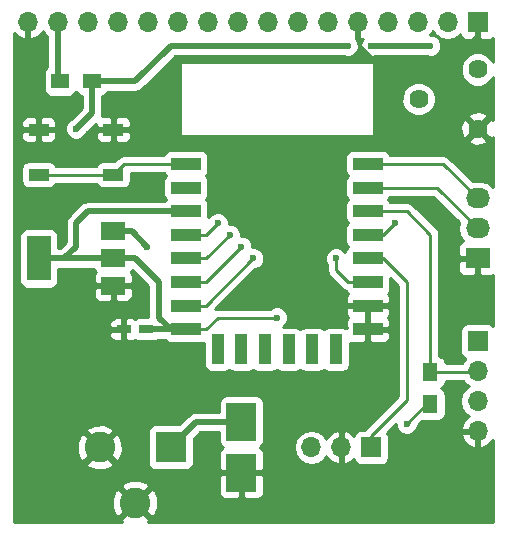
<source format=gtl>
G04 #@! TF.FileFunction,Copper,L1,Top,Signal*
%FSLAX46Y46*%
G04 Gerber Fmt 4.6, Leading zero omitted, Abs format (unit mm)*
G04 Created by KiCad (PCBNEW 4.0.5+dfsg1-4) date Sat Dec 16 07:09:28 2017*
%MOMM*%
%LPD*%
G01*
G04 APERTURE LIST*
%ADD10C,0.100000*%
%ADD11R,2.500000X1.100000*%
%ADD12R,1.100000X2.500000*%
%ADD13R,2.500000X3.200000*%
%ADD14R,1.200000X0.750000*%
%ADD15R,2.600000X2.600000*%
%ADD16C,2.600000*%
%ADD17R,1.700000X1.700000*%
%ADD18O,1.700000X1.700000*%
%ADD19R,2.032000X1.727200*%
%ADD20O,2.032000X1.727200*%
%ADD21R,1.300000X1.500000*%
%ADD22R,1.500000X1.300000*%
%ADD23C,1.620000*%
%ADD24R,2.000000X3.800000*%
%ADD25R,2.000000X1.500000*%
%ADD26R,1.700000X1.000000*%
%ADD27C,0.600000*%
%ADD28C,0.250000*%
%ADD29C,0.500000*%
%ADD30C,0.254000*%
G04 APERTURE END LIST*
D10*
D11*
X168300000Y-83000000D03*
X168300000Y-85000000D03*
X168300000Y-87000000D03*
X168300000Y-89000000D03*
X168300000Y-91000000D03*
X168300000Y-93000000D03*
X168300000Y-95000000D03*
X168300000Y-97000000D03*
X183700000Y-97000000D03*
X183700000Y-95000000D03*
X183700000Y-93000000D03*
X183700000Y-91000000D03*
X183700000Y-89000000D03*
X183700000Y-87000000D03*
X183700000Y-85000000D03*
X183700000Y-83000000D03*
D12*
X170990000Y-98700000D03*
X172990000Y-98700000D03*
X174990000Y-98700000D03*
X176990000Y-98700000D03*
X178990000Y-98700000D03*
X180990000Y-98700000D03*
D13*
X173000000Y-104850000D03*
X173000000Y-109150000D03*
D14*
X164950000Y-97000000D03*
X163050000Y-97000000D03*
D15*
X167000000Y-107000000D03*
D16*
X161000000Y-107000000D03*
X164000000Y-111700000D03*
D17*
X193000000Y-71000000D03*
D18*
X190460000Y-71000000D03*
X187920000Y-71000000D03*
X185380000Y-71000000D03*
X182840000Y-71000000D03*
X180300000Y-71000000D03*
X177760000Y-71000000D03*
X175220000Y-71000000D03*
X172680000Y-71000000D03*
X170140000Y-71000000D03*
X167600000Y-71000000D03*
X165060000Y-71000000D03*
X162520000Y-71000000D03*
X159980000Y-71000000D03*
X157440000Y-71000000D03*
X154900000Y-71000000D03*
D19*
X193000000Y-91000000D03*
D20*
X193000000Y-88460000D03*
X193000000Y-85920000D03*
D21*
X189000000Y-103350000D03*
X189000000Y-100650000D03*
D22*
X157650000Y-76000000D03*
X160350000Y-76000000D03*
D23*
X193000000Y-80000000D03*
X188000000Y-77500000D03*
X193000000Y-75000000D03*
D24*
X155850000Y-91000000D03*
D25*
X162150000Y-91000000D03*
X162150000Y-88700000D03*
X162150000Y-93300000D03*
D26*
X162150000Y-83900000D03*
X155850000Y-83900000D03*
X162150000Y-80100000D03*
X155850000Y-80100000D03*
D17*
X184000000Y-107000000D03*
D18*
X181460000Y-107000000D03*
X178920000Y-107000000D03*
D17*
X193000000Y-98000000D03*
D18*
X193000000Y-100540000D03*
X193000000Y-103080000D03*
X193000000Y-105620000D03*
D27*
X189000000Y-73000000D03*
X184000000Y-73000000D03*
X182000000Y-73000000D03*
X159000000Y-80000000D03*
X165000000Y-90000000D03*
X186000000Y-88000000D03*
X181000000Y-91000000D03*
X174000000Y-91000000D03*
X173000000Y-90000000D03*
X172000000Y-89000000D03*
X171000000Y-88000000D03*
X187000000Y-105000000D03*
X176000000Y-96000000D03*
D28*
X193000000Y-80000000D02*
X189000000Y-76000000D01*
X182840000Y-72840000D02*
X182840000Y-71000000D01*
X186000000Y-76000000D02*
X182840000Y-72840000D01*
X189000000Y-76000000D02*
X186000000Y-76000000D01*
X193000000Y-71000000D02*
X193000000Y-72000000D01*
X190000000Y-77000000D02*
X193000000Y-80000000D01*
X190000000Y-75000000D02*
X190000000Y-77000000D01*
X193000000Y-72000000D02*
X190000000Y-75000000D01*
D29*
X160350000Y-76000000D02*
X164000000Y-76000000D01*
X184000000Y-73000000D02*
X189000000Y-73000000D01*
X167000000Y-73000000D02*
X182000000Y-73000000D01*
X164000000Y-76000000D02*
X167000000Y-73000000D01*
X160350000Y-76000000D02*
X160350000Y-78650000D01*
X160350000Y-78650000D02*
X159000000Y-80000000D01*
X162150000Y-88700000D02*
X163700000Y-88700000D01*
X163700000Y-88700000D02*
X165000000Y-90000000D01*
X173000000Y-104850000D02*
X169150000Y-104850000D01*
X169150000Y-104850000D02*
X167000000Y-107000000D01*
D28*
X188000000Y-71080000D02*
X187920000Y-71000000D01*
X183000000Y-89000000D02*
X185000000Y-89000000D01*
X185000000Y-89000000D02*
X186000000Y-88000000D01*
X182000000Y-93000000D02*
X183000000Y-93000000D01*
X181000000Y-92000000D02*
X182000000Y-93000000D01*
X181000000Y-91000000D02*
X181000000Y-92000000D01*
X169000000Y-95000000D02*
X170000000Y-95000000D01*
X170000000Y-95000000D02*
X174000000Y-91000000D01*
X169000000Y-93000000D02*
X170000000Y-93000000D01*
X170000000Y-93000000D02*
X173000000Y-90000000D01*
X169000000Y-91000000D02*
X170000000Y-91000000D01*
X170000000Y-91000000D02*
X172000000Y-89000000D01*
X169000000Y-89000000D02*
X170000000Y-89000000D01*
X170000000Y-89000000D02*
X171000000Y-88000000D01*
D29*
X157440000Y-71000000D02*
X157440000Y-75790000D01*
D28*
X157440000Y-75790000D02*
X157650000Y-76000000D01*
X157440000Y-75790000D02*
X157650000Y-76000000D01*
X169000000Y-97000000D02*
X170000000Y-97000000D01*
X187000000Y-105000000D02*
X188650000Y-103350000D01*
X171000000Y-96000000D02*
X176000000Y-96000000D01*
X170000000Y-97000000D02*
X171000000Y-96000000D01*
X188650000Y-103350000D02*
X189000000Y-103350000D01*
D29*
X162150000Y-91000000D02*
X164000000Y-91000000D01*
D28*
X167000000Y-97000000D02*
X169000000Y-97000000D01*
D29*
X166000000Y-96000000D02*
X167000000Y-97000000D01*
X166000000Y-93000000D02*
X166000000Y-96000000D01*
X164000000Y-91000000D02*
X166000000Y-93000000D01*
X162150000Y-91000000D02*
X155850000Y-91000000D01*
D28*
X155850000Y-91000000D02*
X158000000Y-91000000D01*
D29*
X158000000Y-91000000D02*
X159000000Y-90000000D01*
X159000000Y-90000000D02*
X159000000Y-88000000D01*
X159000000Y-88000000D02*
X160000000Y-87000000D01*
X160000000Y-87000000D02*
X169000000Y-87000000D01*
D28*
X163000000Y-91000000D02*
X162150000Y-91000000D01*
D29*
X164950000Y-97000000D02*
X169000000Y-97000000D01*
D28*
X184000000Y-107000000D02*
X184000000Y-106000000D01*
X185000000Y-91000000D02*
X183000000Y-91000000D01*
X187000000Y-93000000D02*
X185000000Y-91000000D01*
X187000000Y-103000000D02*
X187000000Y-93000000D01*
X184000000Y-106000000D02*
X187000000Y-103000000D01*
X183000000Y-85000000D02*
X189540000Y-85000000D01*
X189540000Y-85000000D02*
X193000000Y-88460000D01*
X183000000Y-83000000D02*
X190080000Y-83000000D01*
X190080000Y-83000000D02*
X193000000Y-85920000D01*
X192890000Y-100650000D02*
X193000000Y-100540000D01*
X192890000Y-100650000D02*
X193000000Y-100540000D01*
X189000000Y-100650000D02*
X192890000Y-100650000D01*
X189000000Y-100650000D02*
X189000000Y-89000000D01*
X187000000Y-87000000D02*
X183000000Y-87000000D01*
X189000000Y-89000000D02*
X187000000Y-87000000D01*
X162150000Y-83900000D02*
X155850000Y-83900000D01*
X169000000Y-83000000D02*
X163050000Y-83000000D01*
X163050000Y-83000000D02*
X162150000Y-83900000D01*
D30*
G36*
X155027000Y-70873000D02*
X155047000Y-70873000D01*
X155047000Y-71127000D01*
X155027000Y-71127000D01*
X155027000Y-72320155D01*
X155256890Y-72441476D01*
X155666924Y-72271645D01*
X156095183Y-71881358D01*
X156162298Y-71738447D01*
X156389946Y-72079147D01*
X156555000Y-72189432D01*
X156555000Y-74817417D01*
X156448559Y-74885910D01*
X156303569Y-75098110D01*
X156252560Y-75350000D01*
X156252560Y-76650000D01*
X156296838Y-76885317D01*
X156435910Y-77101441D01*
X156648110Y-77246431D01*
X156900000Y-77297440D01*
X158400000Y-77297440D01*
X158635317Y-77253162D01*
X158851441Y-77114090D01*
X158996431Y-76901890D01*
X158999081Y-76888803D01*
X159135910Y-77101441D01*
X159348110Y-77246431D01*
X159465000Y-77270102D01*
X159465000Y-78283421D01*
X158591164Y-79157256D01*
X158471057Y-79206883D01*
X158207808Y-79469673D01*
X158065162Y-79813201D01*
X158064838Y-80185167D01*
X158206883Y-80528943D01*
X158469673Y-80792192D01*
X158813201Y-80934838D01*
X159185167Y-80935162D01*
X159528943Y-80793117D01*
X159792192Y-80530327D01*
X159842566Y-80409014D01*
X159865829Y-80385750D01*
X160665000Y-80385750D01*
X160665000Y-80726310D01*
X160761673Y-80959699D01*
X160940302Y-81138327D01*
X161173691Y-81235000D01*
X161864250Y-81235000D01*
X162023000Y-81076250D01*
X162023000Y-80227000D01*
X162277000Y-80227000D01*
X162277000Y-81076250D01*
X162435750Y-81235000D01*
X163126309Y-81235000D01*
X163359698Y-81138327D01*
X163483037Y-81014988D01*
X192164617Y-81014988D01*
X192239980Y-81262144D01*
X192780834Y-81456916D01*
X193355055Y-81429886D01*
X193760020Y-81262144D01*
X193835383Y-81014988D01*
X193000000Y-80179605D01*
X192164617Y-81014988D01*
X163483037Y-81014988D01*
X163538327Y-80959699D01*
X163635000Y-80726310D01*
X163635000Y-80385750D01*
X163476250Y-80227000D01*
X162277000Y-80227000D01*
X162023000Y-80227000D01*
X160823750Y-80227000D01*
X160665000Y-80385750D01*
X159865829Y-80385750D01*
X160665000Y-79586579D01*
X160665000Y-79814250D01*
X160823750Y-79973000D01*
X162023000Y-79973000D01*
X162023000Y-79123750D01*
X162277000Y-79123750D01*
X162277000Y-79973000D01*
X163476250Y-79973000D01*
X163635000Y-79814250D01*
X163635000Y-79473690D01*
X163538327Y-79240301D01*
X163359698Y-79061673D01*
X163126309Y-78965000D01*
X162435750Y-78965000D01*
X162277000Y-79123750D01*
X162023000Y-79123750D01*
X161864250Y-78965000D01*
X161173691Y-78965000D01*
X161172221Y-78965609D01*
X161235000Y-78650000D01*
X161235000Y-77272038D01*
X161335317Y-77253162D01*
X161551441Y-77114090D01*
X161696431Y-76901890D01*
X161699851Y-76885000D01*
X163999995Y-76885000D01*
X164000000Y-76885001D01*
X164282484Y-76828810D01*
X164338675Y-76817633D01*
X164625790Y-76625790D01*
X166751579Y-74500000D01*
X167773000Y-74500000D01*
X167773000Y-80500000D01*
X167781685Y-80546159D01*
X167808965Y-80588553D01*
X167850590Y-80616994D01*
X167900000Y-80627000D01*
X184100000Y-80627000D01*
X184146159Y-80618315D01*
X184188553Y-80591035D01*
X184216994Y-80549410D01*
X184227000Y-80500000D01*
X184227000Y-79780834D01*
X191543084Y-79780834D01*
X191570114Y-80355055D01*
X191737856Y-80760020D01*
X191985012Y-80835383D01*
X192820395Y-80000000D01*
X191985012Y-79164617D01*
X191737856Y-79239980D01*
X191543084Y-79780834D01*
X184227000Y-79780834D01*
X184227000Y-78985012D01*
X192164617Y-78985012D01*
X193000000Y-79820395D01*
X193835383Y-78985012D01*
X193760020Y-78737856D01*
X193219166Y-78543084D01*
X192644945Y-78570114D01*
X192239980Y-78737856D01*
X192164617Y-78985012D01*
X184227000Y-78985012D01*
X184227000Y-77786167D01*
X186554750Y-77786167D01*
X186774275Y-78317457D01*
X187180405Y-78724297D01*
X187711311Y-78944748D01*
X188286167Y-78945250D01*
X188817457Y-78725725D01*
X189224297Y-78319595D01*
X189444748Y-77788689D01*
X189445250Y-77213833D01*
X189225725Y-76682543D01*
X188819595Y-76275703D01*
X188288689Y-76055252D01*
X187713833Y-76054750D01*
X187182543Y-76274275D01*
X186775703Y-76680405D01*
X186555252Y-77211311D01*
X186554750Y-77786167D01*
X184227000Y-77786167D01*
X184227000Y-74500000D01*
X184218315Y-74453841D01*
X184191035Y-74411447D01*
X184149410Y-74383006D01*
X184100000Y-74373000D01*
X167900000Y-74373000D01*
X167853841Y-74381685D01*
X167811447Y-74408965D01*
X167783006Y-74450590D01*
X167773000Y-74500000D01*
X166751579Y-74500000D01*
X167366579Y-73885000D01*
X181693178Y-73885000D01*
X181813201Y-73934838D01*
X182185167Y-73935162D01*
X182528943Y-73793117D01*
X182792192Y-73530327D01*
X182934838Y-73186799D01*
X182935162Y-72814833D01*
X182793117Y-72471057D01*
X182666811Y-72344530D01*
X182713000Y-72320155D01*
X182713000Y-71127000D01*
X182693000Y-71127000D01*
X182693000Y-70873000D01*
X182713000Y-70873000D01*
X182713000Y-70853000D01*
X182967000Y-70853000D01*
X182967000Y-70873000D01*
X182987000Y-70873000D01*
X182987000Y-71127000D01*
X182967000Y-71127000D01*
X182967000Y-72320155D01*
X183196890Y-72441476D01*
X183263827Y-72413751D01*
X183207808Y-72469673D01*
X183065162Y-72813201D01*
X183064838Y-73185167D01*
X183206883Y-73528943D01*
X183469673Y-73792192D01*
X183813201Y-73934838D01*
X184185167Y-73935162D01*
X184306569Y-73885000D01*
X188693178Y-73885000D01*
X188813201Y-73934838D01*
X189185167Y-73935162D01*
X189528943Y-73793117D01*
X189792192Y-73530327D01*
X189934838Y-73186799D01*
X189935162Y-72814833D01*
X189793117Y-72471057D01*
X189530327Y-72207808D01*
X189186799Y-72065162D01*
X188979519Y-72064981D01*
X189190000Y-71749974D01*
X189409946Y-72079147D01*
X189891715Y-72401054D01*
X190460000Y-72514093D01*
X191028285Y-72401054D01*
X191510054Y-72079147D01*
X191539403Y-72035223D01*
X191611673Y-72209698D01*
X191790301Y-72388327D01*
X192023690Y-72485000D01*
X192714250Y-72485000D01*
X192873000Y-72326250D01*
X192873000Y-71127000D01*
X192853000Y-71127000D01*
X192853000Y-70873000D01*
X192873000Y-70873000D01*
X192873000Y-70853000D01*
X193127000Y-70853000D01*
X193127000Y-70873000D01*
X193147000Y-70873000D01*
X193147000Y-71127000D01*
X193127000Y-71127000D01*
X193127000Y-72326250D01*
X193285750Y-72485000D01*
X193976310Y-72485000D01*
X194209699Y-72388327D01*
X194290000Y-72308026D01*
X194290000Y-74338100D01*
X194225725Y-74182543D01*
X193819595Y-73775703D01*
X193288689Y-73555252D01*
X192713833Y-73554750D01*
X192182543Y-73774275D01*
X191775703Y-74180405D01*
X191555252Y-74711311D01*
X191554750Y-75286167D01*
X191774275Y-75817457D01*
X192180405Y-76224297D01*
X192711311Y-76444748D01*
X193286167Y-76445250D01*
X193817457Y-76225725D01*
X194224297Y-75819595D01*
X194290000Y-75661364D01*
X194290000Y-79307230D01*
X194262144Y-79239980D01*
X194014988Y-79164617D01*
X193179605Y-80000000D01*
X194014988Y-80835383D01*
X194262144Y-80760020D01*
X194290000Y-80682668D01*
X194290000Y-84928553D01*
X194244415Y-84860330D01*
X193758234Y-84535474D01*
X193184745Y-84421400D01*
X192815255Y-84421400D01*
X192615863Y-84461061D01*
X190617401Y-82462599D01*
X190370839Y-82297852D01*
X190080000Y-82240000D01*
X185557926Y-82240000D01*
X185553162Y-82214683D01*
X185414090Y-81998559D01*
X185201890Y-81853569D01*
X184950000Y-81802560D01*
X182450000Y-81802560D01*
X182214683Y-81846838D01*
X181998559Y-81985910D01*
X181853569Y-82198110D01*
X181802560Y-82450000D01*
X181802560Y-83550000D01*
X181846838Y-83785317D01*
X181985910Y-84001441D01*
X181987299Y-84002390D01*
X181853569Y-84198110D01*
X181802560Y-84450000D01*
X181802560Y-85550000D01*
X181846838Y-85785317D01*
X181985910Y-86001441D01*
X181987299Y-86002390D01*
X181853569Y-86198110D01*
X181802560Y-86450000D01*
X181802560Y-87550000D01*
X181846838Y-87785317D01*
X181985910Y-88001441D01*
X181987299Y-88002390D01*
X181853569Y-88198110D01*
X181802560Y-88450000D01*
X181802560Y-89550000D01*
X181846838Y-89785317D01*
X181985910Y-90001441D01*
X181987299Y-90002390D01*
X181853569Y-90198110D01*
X181802560Y-90450000D01*
X181802560Y-90493911D01*
X181793117Y-90471057D01*
X181530327Y-90207808D01*
X181186799Y-90065162D01*
X180814833Y-90064838D01*
X180471057Y-90206883D01*
X180207808Y-90469673D01*
X180065162Y-90813201D01*
X180064838Y-91185167D01*
X180206883Y-91528943D01*
X180240000Y-91562118D01*
X180240000Y-92000000D01*
X180297852Y-92290839D01*
X180462599Y-92537401D01*
X181462599Y-93537401D01*
X181709161Y-93702148D01*
X181835934Y-93727365D01*
X181846838Y-93785317D01*
X181985910Y-94001441D01*
X181994598Y-94007377D01*
X181911673Y-94090301D01*
X181815000Y-94323690D01*
X181815000Y-94714250D01*
X181973750Y-94873000D01*
X183573000Y-94873000D01*
X183573000Y-94853000D01*
X183827000Y-94853000D01*
X183827000Y-94873000D01*
X185426250Y-94873000D01*
X185585000Y-94714250D01*
X185585000Y-94323690D01*
X185488327Y-94090301D01*
X185405774Y-94007748D01*
X185546431Y-93801890D01*
X185597440Y-93550000D01*
X185597440Y-92672242D01*
X186240000Y-93314802D01*
X186240000Y-102685198D01*
X183462599Y-105462599D01*
X183435898Y-105502560D01*
X183150000Y-105502560D01*
X182914683Y-105546838D01*
X182698559Y-105685910D01*
X182553569Y-105898110D01*
X182531699Y-106006107D01*
X182226924Y-105728355D01*
X181816890Y-105558524D01*
X181587000Y-105679845D01*
X181587000Y-106873000D01*
X181607000Y-106873000D01*
X181607000Y-107127000D01*
X181587000Y-107127000D01*
X181587000Y-108320155D01*
X181816890Y-108441476D01*
X182226924Y-108271645D01*
X182529937Y-107995499D01*
X182546838Y-108085317D01*
X182685910Y-108301441D01*
X182898110Y-108446431D01*
X183150000Y-108497440D01*
X184850000Y-108497440D01*
X185085317Y-108453162D01*
X185301441Y-108314090D01*
X185446431Y-108101890D01*
X185497440Y-107850000D01*
X185497440Y-106150000D01*
X185464868Y-105976890D01*
X191558524Y-105976890D01*
X191728355Y-106386924D01*
X192118642Y-106815183D01*
X192643108Y-107061486D01*
X192873000Y-106940819D01*
X192873000Y-105747000D01*
X191679845Y-105747000D01*
X191558524Y-105976890D01*
X185464868Y-105976890D01*
X185453162Y-105914683D01*
X185338425Y-105736377D01*
X186064991Y-105009811D01*
X186064838Y-105185167D01*
X186206883Y-105528943D01*
X186469673Y-105792192D01*
X186813201Y-105934838D01*
X187185167Y-105935162D01*
X187528943Y-105793117D01*
X187792192Y-105530327D01*
X187934838Y-105186799D01*
X187934879Y-105139923D01*
X188331174Y-104743628D01*
X188350000Y-104747440D01*
X189650000Y-104747440D01*
X189885317Y-104703162D01*
X190101441Y-104564090D01*
X190246431Y-104351890D01*
X190297440Y-104100000D01*
X190297440Y-102600000D01*
X190253162Y-102364683D01*
X190114090Y-102148559D01*
X189901890Y-102003569D01*
X189888803Y-102000919D01*
X190101441Y-101864090D01*
X190246431Y-101651890D01*
X190295415Y-101410000D01*
X191800545Y-101410000D01*
X191920853Y-101590054D01*
X192250026Y-101810000D01*
X191920853Y-102029946D01*
X191598946Y-102511715D01*
X191485907Y-103080000D01*
X191598946Y-103648285D01*
X191920853Y-104130054D01*
X192261553Y-104357702D01*
X192118642Y-104424817D01*
X191728355Y-104853076D01*
X191558524Y-105263110D01*
X191679845Y-105493000D01*
X192873000Y-105493000D01*
X192873000Y-105473000D01*
X193127000Y-105473000D01*
X193127000Y-105493000D01*
X193147000Y-105493000D01*
X193147000Y-105747000D01*
X193127000Y-105747000D01*
X193127000Y-106940819D01*
X193356892Y-107061486D01*
X193881358Y-106815183D01*
X194271645Y-106386924D01*
X194290000Y-106342608D01*
X194290000Y-113290000D01*
X165089678Y-113290000D01*
X165189854Y-113069459D01*
X164000000Y-111879605D01*
X162810146Y-113069459D01*
X162910322Y-113290000D01*
X153710000Y-113290000D01*
X153710000Y-111363880D01*
X162055934Y-111363880D01*
X162075290Y-112133427D01*
X162332545Y-112754496D01*
X162630541Y-112889854D01*
X163820395Y-111700000D01*
X164179605Y-111700000D01*
X165369459Y-112889854D01*
X165667455Y-112754496D01*
X165944066Y-112036120D01*
X165924710Y-111266573D01*
X165667455Y-110645504D01*
X165369459Y-110510146D01*
X164179605Y-111700000D01*
X163820395Y-111700000D01*
X162630541Y-110510146D01*
X162332545Y-110645504D01*
X162055934Y-111363880D01*
X153710000Y-111363880D01*
X153710000Y-110330541D01*
X162810146Y-110330541D01*
X164000000Y-111520395D01*
X165189854Y-110330541D01*
X165054496Y-110032545D01*
X164336120Y-109755934D01*
X163566573Y-109775290D01*
X162945504Y-110032545D01*
X162810146Y-110330541D01*
X153710000Y-110330541D01*
X153710000Y-109435750D01*
X171115000Y-109435750D01*
X171115000Y-110876309D01*
X171211673Y-111109698D01*
X171390301Y-111288327D01*
X171623690Y-111385000D01*
X172714250Y-111385000D01*
X172873000Y-111226250D01*
X172873000Y-109277000D01*
X173127000Y-109277000D01*
X173127000Y-111226250D01*
X173285750Y-111385000D01*
X174376310Y-111385000D01*
X174609699Y-111288327D01*
X174788327Y-111109698D01*
X174885000Y-110876309D01*
X174885000Y-109435750D01*
X174726250Y-109277000D01*
X173127000Y-109277000D01*
X172873000Y-109277000D01*
X171273750Y-109277000D01*
X171115000Y-109435750D01*
X153710000Y-109435750D01*
X153710000Y-108369459D01*
X159810146Y-108369459D01*
X159945504Y-108667455D01*
X160663880Y-108944066D01*
X161433427Y-108924710D01*
X162054496Y-108667455D01*
X162189854Y-108369459D01*
X161000000Y-107179605D01*
X159810146Y-108369459D01*
X153710000Y-108369459D01*
X153710000Y-106663880D01*
X159055934Y-106663880D01*
X159075290Y-107433427D01*
X159332545Y-108054496D01*
X159630541Y-108189854D01*
X160820395Y-107000000D01*
X161179605Y-107000000D01*
X162369459Y-108189854D01*
X162667455Y-108054496D01*
X162944066Y-107336120D01*
X162924710Y-106566573D01*
X162667455Y-105945504D01*
X162369459Y-105810146D01*
X161179605Y-107000000D01*
X160820395Y-107000000D01*
X159630541Y-105810146D01*
X159332545Y-105945504D01*
X159055934Y-106663880D01*
X153710000Y-106663880D01*
X153710000Y-105630541D01*
X159810146Y-105630541D01*
X161000000Y-106820395D01*
X162120395Y-105700000D01*
X165052560Y-105700000D01*
X165052560Y-108300000D01*
X165096838Y-108535317D01*
X165235910Y-108751441D01*
X165448110Y-108896431D01*
X165700000Y-108947440D01*
X168300000Y-108947440D01*
X168535317Y-108903162D01*
X168751441Y-108764090D01*
X168896431Y-108551890D01*
X168947440Y-108300000D01*
X168947440Y-106304139D01*
X169516579Y-105735000D01*
X171102560Y-105735000D01*
X171102560Y-106450000D01*
X171146838Y-106685317D01*
X171285910Y-106901441D01*
X171425750Y-106996990D01*
X171390301Y-107011673D01*
X171211673Y-107190302D01*
X171115000Y-107423691D01*
X171115000Y-108864250D01*
X171273750Y-109023000D01*
X172873000Y-109023000D01*
X172873000Y-109003000D01*
X173127000Y-109003000D01*
X173127000Y-109023000D01*
X174726250Y-109023000D01*
X174885000Y-108864250D01*
X174885000Y-107423691D01*
X174788327Y-107190302D01*
X174609699Y-107011673D01*
X174573253Y-106996577D01*
X174613145Y-106970907D01*
X177435000Y-106970907D01*
X177435000Y-107029093D01*
X177548039Y-107597378D01*
X177869946Y-108079147D01*
X178351715Y-108401054D01*
X178920000Y-108514093D01*
X179488285Y-108401054D01*
X179970054Y-108079147D01*
X180197702Y-107738447D01*
X180264817Y-107881358D01*
X180693076Y-108271645D01*
X181103110Y-108441476D01*
X181333000Y-108320155D01*
X181333000Y-107127000D01*
X181313000Y-107127000D01*
X181313000Y-106873000D01*
X181333000Y-106873000D01*
X181333000Y-105679845D01*
X181103110Y-105558524D01*
X180693076Y-105728355D01*
X180264817Y-106118642D01*
X180197702Y-106261553D01*
X179970054Y-105920853D01*
X179488285Y-105598946D01*
X178920000Y-105485907D01*
X178351715Y-105598946D01*
X177869946Y-105920853D01*
X177548039Y-106402622D01*
X177435000Y-106970907D01*
X174613145Y-106970907D01*
X174701441Y-106914090D01*
X174846431Y-106701890D01*
X174897440Y-106450000D01*
X174897440Y-103250000D01*
X174853162Y-103014683D01*
X174714090Y-102798559D01*
X174501890Y-102653569D01*
X174250000Y-102602560D01*
X171750000Y-102602560D01*
X171514683Y-102646838D01*
X171298559Y-102785910D01*
X171153569Y-102998110D01*
X171102560Y-103250000D01*
X171102560Y-103965000D01*
X169150005Y-103965000D01*
X169150000Y-103964999D01*
X168811325Y-104032367D01*
X168524210Y-104224210D01*
X168524208Y-104224213D01*
X167695861Y-105052560D01*
X165700000Y-105052560D01*
X165464683Y-105096838D01*
X165248559Y-105235910D01*
X165103569Y-105448110D01*
X165052560Y-105700000D01*
X162120395Y-105700000D01*
X162189854Y-105630541D01*
X162054496Y-105332545D01*
X161336120Y-105055934D01*
X160566573Y-105075290D01*
X159945504Y-105332545D01*
X159810146Y-105630541D01*
X153710000Y-105630541D01*
X153710000Y-97285750D01*
X161815000Y-97285750D01*
X161815000Y-97501310D01*
X161911673Y-97734699D01*
X162090302Y-97913327D01*
X162323691Y-98010000D01*
X162764250Y-98010000D01*
X162923000Y-97851250D01*
X162923000Y-97127000D01*
X161973750Y-97127000D01*
X161815000Y-97285750D01*
X153710000Y-97285750D01*
X153710000Y-96498690D01*
X161815000Y-96498690D01*
X161815000Y-96714250D01*
X161973750Y-96873000D01*
X162923000Y-96873000D01*
X162923000Y-96148750D01*
X162764250Y-95990000D01*
X162323691Y-95990000D01*
X162090302Y-96086673D01*
X161911673Y-96265301D01*
X161815000Y-96498690D01*
X153710000Y-96498690D01*
X153710000Y-93585750D01*
X160515000Y-93585750D01*
X160515000Y-94176310D01*
X160611673Y-94409699D01*
X160790302Y-94588327D01*
X161023691Y-94685000D01*
X161864250Y-94685000D01*
X162023000Y-94526250D01*
X162023000Y-93427000D01*
X162277000Y-93427000D01*
X162277000Y-94526250D01*
X162435750Y-94685000D01*
X163276309Y-94685000D01*
X163509698Y-94588327D01*
X163688327Y-94409699D01*
X163785000Y-94176310D01*
X163785000Y-93585750D01*
X163626250Y-93427000D01*
X162277000Y-93427000D01*
X162023000Y-93427000D01*
X160673750Y-93427000D01*
X160515000Y-93585750D01*
X153710000Y-93585750D01*
X153710000Y-89100000D01*
X154202560Y-89100000D01*
X154202560Y-92900000D01*
X154246838Y-93135317D01*
X154385910Y-93351441D01*
X154598110Y-93496431D01*
X154850000Y-93547440D01*
X156850000Y-93547440D01*
X157085317Y-93503162D01*
X157301441Y-93364090D01*
X157446431Y-93151890D01*
X157497440Y-92900000D01*
X157497440Y-91885000D01*
X157999995Y-91885000D01*
X158000000Y-91885001D01*
X158000005Y-91885000D01*
X160527962Y-91885000D01*
X160546838Y-91985317D01*
X160652482Y-92149492D01*
X160611673Y-92190301D01*
X160515000Y-92423690D01*
X160515000Y-93014250D01*
X160673750Y-93173000D01*
X162023000Y-93173000D01*
X162023000Y-93153000D01*
X162277000Y-93153000D01*
X162277000Y-93173000D01*
X163626250Y-93173000D01*
X163785000Y-93014250D01*
X163785000Y-92423690D01*
X163688327Y-92190301D01*
X163646366Y-92148340D01*
X163746431Y-92001890D01*
X163747084Y-91998664D01*
X165115000Y-93366579D01*
X165115000Y-95977560D01*
X164350000Y-95977560D01*
X164114683Y-96021838D01*
X164011354Y-96088329D01*
X164009698Y-96086673D01*
X163776309Y-95990000D01*
X163335750Y-95990000D01*
X163177000Y-96148750D01*
X163177000Y-96873000D01*
X163197000Y-96873000D01*
X163197000Y-97127000D01*
X163177000Y-97127000D01*
X163177000Y-97851250D01*
X163335750Y-98010000D01*
X163776309Y-98010000D01*
X164009698Y-97913327D01*
X164011068Y-97911957D01*
X164098110Y-97971431D01*
X164350000Y-98022440D01*
X165550000Y-98022440D01*
X165785317Y-97978162D01*
X165930095Y-97885000D01*
X166510982Y-97885000D01*
X166585910Y-98001441D01*
X166798110Y-98146431D01*
X167050000Y-98197440D01*
X169550000Y-98197440D01*
X169785317Y-98153162D01*
X169792560Y-98148501D01*
X169792560Y-99950000D01*
X169836838Y-100185317D01*
X169975910Y-100401441D01*
X170188110Y-100546431D01*
X170440000Y-100597440D01*
X171540000Y-100597440D01*
X171775317Y-100553162D01*
X171991441Y-100414090D01*
X171992390Y-100412701D01*
X172188110Y-100546431D01*
X172440000Y-100597440D01*
X173540000Y-100597440D01*
X173775317Y-100553162D01*
X173991441Y-100414090D01*
X173992390Y-100412701D01*
X174188110Y-100546431D01*
X174440000Y-100597440D01*
X175540000Y-100597440D01*
X175775317Y-100553162D01*
X175991441Y-100414090D01*
X175992390Y-100412701D01*
X176188110Y-100546431D01*
X176440000Y-100597440D01*
X177540000Y-100597440D01*
X177775317Y-100553162D01*
X177991441Y-100414090D01*
X177992390Y-100412701D01*
X178188110Y-100546431D01*
X178440000Y-100597440D01*
X179540000Y-100597440D01*
X179775317Y-100553162D01*
X179991441Y-100414090D01*
X179992390Y-100412701D01*
X180188110Y-100546431D01*
X180440000Y-100597440D01*
X181540000Y-100597440D01*
X181775317Y-100553162D01*
X181991441Y-100414090D01*
X182136431Y-100201890D01*
X182187440Y-99950000D01*
X182187440Y-98128563D01*
X182323691Y-98185000D01*
X183414250Y-98185000D01*
X183573000Y-98026250D01*
X183573000Y-97127000D01*
X183827000Y-97127000D01*
X183827000Y-98026250D01*
X183985750Y-98185000D01*
X185076309Y-98185000D01*
X185309698Y-98088327D01*
X185488327Y-97909699D01*
X185585000Y-97676310D01*
X185585000Y-97285750D01*
X185426250Y-97127000D01*
X183827000Y-97127000D01*
X183573000Y-97127000D01*
X183553000Y-97127000D01*
X183553000Y-96873000D01*
X183573000Y-96873000D01*
X183573000Y-95127000D01*
X183827000Y-95127000D01*
X183827000Y-96873000D01*
X185426250Y-96873000D01*
X185585000Y-96714250D01*
X185585000Y-96323690D01*
X185488327Y-96090301D01*
X185398025Y-96000000D01*
X185488327Y-95909699D01*
X185585000Y-95676310D01*
X185585000Y-95285750D01*
X185426250Y-95127000D01*
X183827000Y-95127000D01*
X183573000Y-95127000D01*
X181973750Y-95127000D01*
X181815000Y-95285750D01*
X181815000Y-95676310D01*
X181911673Y-95909699D01*
X182001975Y-96000000D01*
X181911673Y-96090301D01*
X181815000Y-96323690D01*
X181815000Y-96714250D01*
X181973748Y-96872998D01*
X181820325Y-96872998D01*
X181791890Y-96853569D01*
X181540000Y-96802560D01*
X180440000Y-96802560D01*
X180204683Y-96846838D01*
X179988559Y-96985910D01*
X179987610Y-96987299D01*
X179791890Y-96853569D01*
X179540000Y-96802560D01*
X178440000Y-96802560D01*
X178204683Y-96846838D01*
X177988559Y-96985910D01*
X177987610Y-96987299D01*
X177791890Y-96853569D01*
X177540000Y-96802560D01*
X176506089Y-96802560D01*
X176528943Y-96793117D01*
X176792192Y-96530327D01*
X176934838Y-96186799D01*
X176935162Y-95814833D01*
X176793117Y-95471057D01*
X176530327Y-95207808D01*
X176186799Y-95065162D01*
X175814833Y-95064838D01*
X175471057Y-95206883D01*
X175437882Y-95240000D01*
X171000000Y-95240000D01*
X170793782Y-95281020D01*
X174139680Y-91935122D01*
X174185167Y-91935162D01*
X174528943Y-91793117D01*
X174792192Y-91530327D01*
X174934838Y-91186799D01*
X174935162Y-90814833D01*
X174793117Y-90471057D01*
X174530327Y-90207808D01*
X174186799Y-90065162D01*
X173934944Y-90064943D01*
X173935162Y-89814833D01*
X173793117Y-89471057D01*
X173530327Y-89207808D01*
X173186799Y-89065162D01*
X172934944Y-89064943D01*
X172935162Y-88814833D01*
X172793117Y-88471057D01*
X172530327Y-88207808D01*
X172186799Y-88065162D01*
X171934944Y-88064943D01*
X171935162Y-87814833D01*
X171793117Y-87471057D01*
X171530327Y-87207808D01*
X171186799Y-87065162D01*
X170814833Y-87064838D01*
X170471057Y-87206883D01*
X170207808Y-87469673D01*
X170197440Y-87494642D01*
X170197440Y-86450000D01*
X170153162Y-86214683D01*
X170014090Y-85998559D01*
X170012701Y-85997610D01*
X170146431Y-85801890D01*
X170197440Y-85550000D01*
X170197440Y-84450000D01*
X170153162Y-84214683D01*
X170014090Y-83998559D01*
X170012701Y-83997610D01*
X170146431Y-83801890D01*
X170197440Y-83550000D01*
X170197440Y-82450000D01*
X170153162Y-82214683D01*
X170014090Y-81998559D01*
X169801890Y-81853569D01*
X169550000Y-81802560D01*
X167050000Y-81802560D01*
X166814683Y-81846838D01*
X166598559Y-81985910D01*
X166453569Y-82198110D01*
X166445086Y-82240000D01*
X163050000Y-82240000D01*
X162759160Y-82297852D01*
X162512599Y-82462599D01*
X162222638Y-82752560D01*
X161300000Y-82752560D01*
X161064683Y-82796838D01*
X160848559Y-82935910D01*
X160709110Y-83140000D01*
X157287279Y-83140000D01*
X157164090Y-82948559D01*
X156951890Y-82803569D01*
X156700000Y-82752560D01*
X155000000Y-82752560D01*
X154764683Y-82796838D01*
X154548559Y-82935910D01*
X154403569Y-83148110D01*
X154352560Y-83400000D01*
X154352560Y-84400000D01*
X154396838Y-84635317D01*
X154535910Y-84851441D01*
X154748110Y-84996431D01*
X155000000Y-85047440D01*
X156700000Y-85047440D01*
X156935317Y-85003162D01*
X157151441Y-84864090D01*
X157290890Y-84660000D01*
X160712721Y-84660000D01*
X160835910Y-84851441D01*
X161048110Y-84996431D01*
X161300000Y-85047440D01*
X163000000Y-85047440D01*
X163235317Y-85003162D01*
X163451441Y-84864090D01*
X163596431Y-84651890D01*
X163647440Y-84400000D01*
X163647440Y-83760000D01*
X166442074Y-83760000D01*
X166446838Y-83785317D01*
X166585910Y-84001441D01*
X166587299Y-84002390D01*
X166453569Y-84198110D01*
X166402560Y-84450000D01*
X166402560Y-85550000D01*
X166446838Y-85785317D01*
X166585910Y-86001441D01*
X166587299Y-86002390D01*
X166510356Y-86115000D01*
X160000005Y-86115000D01*
X160000000Y-86114999D01*
X159661326Y-86182366D01*
X159618712Y-86210840D01*
X159374210Y-86374210D01*
X159374208Y-86374213D01*
X158374210Y-87374210D01*
X158182367Y-87661325D01*
X158182367Y-87661326D01*
X158114999Y-88000000D01*
X158115000Y-88000005D01*
X158115000Y-89633421D01*
X157633420Y-90115000D01*
X157497440Y-90115000D01*
X157497440Y-89100000D01*
X157453162Y-88864683D01*
X157314090Y-88648559D01*
X157101890Y-88503569D01*
X156850000Y-88452560D01*
X154850000Y-88452560D01*
X154614683Y-88496838D01*
X154398559Y-88635910D01*
X154253569Y-88848110D01*
X154202560Y-89100000D01*
X153710000Y-89100000D01*
X153710000Y-80385750D01*
X154365000Y-80385750D01*
X154365000Y-80726310D01*
X154461673Y-80959699D01*
X154640302Y-81138327D01*
X154873691Y-81235000D01*
X155564250Y-81235000D01*
X155723000Y-81076250D01*
X155723000Y-80227000D01*
X155977000Y-80227000D01*
X155977000Y-81076250D01*
X156135750Y-81235000D01*
X156826309Y-81235000D01*
X157059698Y-81138327D01*
X157238327Y-80959699D01*
X157335000Y-80726310D01*
X157335000Y-80385750D01*
X157176250Y-80227000D01*
X155977000Y-80227000D01*
X155723000Y-80227000D01*
X154523750Y-80227000D01*
X154365000Y-80385750D01*
X153710000Y-80385750D01*
X153710000Y-79473690D01*
X154365000Y-79473690D01*
X154365000Y-79814250D01*
X154523750Y-79973000D01*
X155723000Y-79973000D01*
X155723000Y-79123750D01*
X155977000Y-79123750D01*
X155977000Y-79973000D01*
X157176250Y-79973000D01*
X157335000Y-79814250D01*
X157335000Y-79473690D01*
X157238327Y-79240301D01*
X157059698Y-79061673D01*
X156826309Y-78965000D01*
X156135750Y-78965000D01*
X155977000Y-79123750D01*
X155723000Y-79123750D01*
X155564250Y-78965000D01*
X154873691Y-78965000D01*
X154640302Y-79061673D01*
X154461673Y-79240301D01*
X154365000Y-79473690D01*
X153710000Y-79473690D01*
X153710000Y-71886081D01*
X154133076Y-72271645D01*
X154543110Y-72441476D01*
X154773000Y-72320155D01*
X154773000Y-71127000D01*
X154753000Y-71127000D01*
X154753000Y-70873000D01*
X154773000Y-70873000D01*
X154773000Y-70853000D01*
X155027000Y-70853000D01*
X155027000Y-70873000D01*
X155027000Y-70873000D01*
G37*
X155027000Y-70873000D02*
X155047000Y-70873000D01*
X155047000Y-71127000D01*
X155027000Y-71127000D01*
X155027000Y-72320155D01*
X155256890Y-72441476D01*
X155666924Y-72271645D01*
X156095183Y-71881358D01*
X156162298Y-71738447D01*
X156389946Y-72079147D01*
X156555000Y-72189432D01*
X156555000Y-74817417D01*
X156448559Y-74885910D01*
X156303569Y-75098110D01*
X156252560Y-75350000D01*
X156252560Y-76650000D01*
X156296838Y-76885317D01*
X156435910Y-77101441D01*
X156648110Y-77246431D01*
X156900000Y-77297440D01*
X158400000Y-77297440D01*
X158635317Y-77253162D01*
X158851441Y-77114090D01*
X158996431Y-76901890D01*
X158999081Y-76888803D01*
X159135910Y-77101441D01*
X159348110Y-77246431D01*
X159465000Y-77270102D01*
X159465000Y-78283421D01*
X158591164Y-79157256D01*
X158471057Y-79206883D01*
X158207808Y-79469673D01*
X158065162Y-79813201D01*
X158064838Y-80185167D01*
X158206883Y-80528943D01*
X158469673Y-80792192D01*
X158813201Y-80934838D01*
X159185167Y-80935162D01*
X159528943Y-80793117D01*
X159792192Y-80530327D01*
X159842566Y-80409014D01*
X159865829Y-80385750D01*
X160665000Y-80385750D01*
X160665000Y-80726310D01*
X160761673Y-80959699D01*
X160940302Y-81138327D01*
X161173691Y-81235000D01*
X161864250Y-81235000D01*
X162023000Y-81076250D01*
X162023000Y-80227000D01*
X162277000Y-80227000D01*
X162277000Y-81076250D01*
X162435750Y-81235000D01*
X163126309Y-81235000D01*
X163359698Y-81138327D01*
X163483037Y-81014988D01*
X192164617Y-81014988D01*
X192239980Y-81262144D01*
X192780834Y-81456916D01*
X193355055Y-81429886D01*
X193760020Y-81262144D01*
X193835383Y-81014988D01*
X193000000Y-80179605D01*
X192164617Y-81014988D01*
X163483037Y-81014988D01*
X163538327Y-80959699D01*
X163635000Y-80726310D01*
X163635000Y-80385750D01*
X163476250Y-80227000D01*
X162277000Y-80227000D01*
X162023000Y-80227000D01*
X160823750Y-80227000D01*
X160665000Y-80385750D01*
X159865829Y-80385750D01*
X160665000Y-79586579D01*
X160665000Y-79814250D01*
X160823750Y-79973000D01*
X162023000Y-79973000D01*
X162023000Y-79123750D01*
X162277000Y-79123750D01*
X162277000Y-79973000D01*
X163476250Y-79973000D01*
X163635000Y-79814250D01*
X163635000Y-79473690D01*
X163538327Y-79240301D01*
X163359698Y-79061673D01*
X163126309Y-78965000D01*
X162435750Y-78965000D01*
X162277000Y-79123750D01*
X162023000Y-79123750D01*
X161864250Y-78965000D01*
X161173691Y-78965000D01*
X161172221Y-78965609D01*
X161235000Y-78650000D01*
X161235000Y-77272038D01*
X161335317Y-77253162D01*
X161551441Y-77114090D01*
X161696431Y-76901890D01*
X161699851Y-76885000D01*
X163999995Y-76885000D01*
X164000000Y-76885001D01*
X164282484Y-76828810D01*
X164338675Y-76817633D01*
X164625790Y-76625790D01*
X166751579Y-74500000D01*
X167773000Y-74500000D01*
X167773000Y-80500000D01*
X167781685Y-80546159D01*
X167808965Y-80588553D01*
X167850590Y-80616994D01*
X167900000Y-80627000D01*
X184100000Y-80627000D01*
X184146159Y-80618315D01*
X184188553Y-80591035D01*
X184216994Y-80549410D01*
X184227000Y-80500000D01*
X184227000Y-79780834D01*
X191543084Y-79780834D01*
X191570114Y-80355055D01*
X191737856Y-80760020D01*
X191985012Y-80835383D01*
X192820395Y-80000000D01*
X191985012Y-79164617D01*
X191737856Y-79239980D01*
X191543084Y-79780834D01*
X184227000Y-79780834D01*
X184227000Y-78985012D01*
X192164617Y-78985012D01*
X193000000Y-79820395D01*
X193835383Y-78985012D01*
X193760020Y-78737856D01*
X193219166Y-78543084D01*
X192644945Y-78570114D01*
X192239980Y-78737856D01*
X192164617Y-78985012D01*
X184227000Y-78985012D01*
X184227000Y-77786167D01*
X186554750Y-77786167D01*
X186774275Y-78317457D01*
X187180405Y-78724297D01*
X187711311Y-78944748D01*
X188286167Y-78945250D01*
X188817457Y-78725725D01*
X189224297Y-78319595D01*
X189444748Y-77788689D01*
X189445250Y-77213833D01*
X189225725Y-76682543D01*
X188819595Y-76275703D01*
X188288689Y-76055252D01*
X187713833Y-76054750D01*
X187182543Y-76274275D01*
X186775703Y-76680405D01*
X186555252Y-77211311D01*
X186554750Y-77786167D01*
X184227000Y-77786167D01*
X184227000Y-74500000D01*
X184218315Y-74453841D01*
X184191035Y-74411447D01*
X184149410Y-74383006D01*
X184100000Y-74373000D01*
X167900000Y-74373000D01*
X167853841Y-74381685D01*
X167811447Y-74408965D01*
X167783006Y-74450590D01*
X167773000Y-74500000D01*
X166751579Y-74500000D01*
X167366579Y-73885000D01*
X181693178Y-73885000D01*
X181813201Y-73934838D01*
X182185167Y-73935162D01*
X182528943Y-73793117D01*
X182792192Y-73530327D01*
X182934838Y-73186799D01*
X182935162Y-72814833D01*
X182793117Y-72471057D01*
X182666811Y-72344530D01*
X182713000Y-72320155D01*
X182713000Y-71127000D01*
X182693000Y-71127000D01*
X182693000Y-70873000D01*
X182713000Y-70873000D01*
X182713000Y-70853000D01*
X182967000Y-70853000D01*
X182967000Y-70873000D01*
X182987000Y-70873000D01*
X182987000Y-71127000D01*
X182967000Y-71127000D01*
X182967000Y-72320155D01*
X183196890Y-72441476D01*
X183263827Y-72413751D01*
X183207808Y-72469673D01*
X183065162Y-72813201D01*
X183064838Y-73185167D01*
X183206883Y-73528943D01*
X183469673Y-73792192D01*
X183813201Y-73934838D01*
X184185167Y-73935162D01*
X184306569Y-73885000D01*
X188693178Y-73885000D01*
X188813201Y-73934838D01*
X189185167Y-73935162D01*
X189528943Y-73793117D01*
X189792192Y-73530327D01*
X189934838Y-73186799D01*
X189935162Y-72814833D01*
X189793117Y-72471057D01*
X189530327Y-72207808D01*
X189186799Y-72065162D01*
X188979519Y-72064981D01*
X189190000Y-71749974D01*
X189409946Y-72079147D01*
X189891715Y-72401054D01*
X190460000Y-72514093D01*
X191028285Y-72401054D01*
X191510054Y-72079147D01*
X191539403Y-72035223D01*
X191611673Y-72209698D01*
X191790301Y-72388327D01*
X192023690Y-72485000D01*
X192714250Y-72485000D01*
X192873000Y-72326250D01*
X192873000Y-71127000D01*
X192853000Y-71127000D01*
X192853000Y-70873000D01*
X192873000Y-70873000D01*
X192873000Y-70853000D01*
X193127000Y-70853000D01*
X193127000Y-70873000D01*
X193147000Y-70873000D01*
X193147000Y-71127000D01*
X193127000Y-71127000D01*
X193127000Y-72326250D01*
X193285750Y-72485000D01*
X193976310Y-72485000D01*
X194209699Y-72388327D01*
X194290000Y-72308026D01*
X194290000Y-74338100D01*
X194225725Y-74182543D01*
X193819595Y-73775703D01*
X193288689Y-73555252D01*
X192713833Y-73554750D01*
X192182543Y-73774275D01*
X191775703Y-74180405D01*
X191555252Y-74711311D01*
X191554750Y-75286167D01*
X191774275Y-75817457D01*
X192180405Y-76224297D01*
X192711311Y-76444748D01*
X193286167Y-76445250D01*
X193817457Y-76225725D01*
X194224297Y-75819595D01*
X194290000Y-75661364D01*
X194290000Y-79307230D01*
X194262144Y-79239980D01*
X194014988Y-79164617D01*
X193179605Y-80000000D01*
X194014988Y-80835383D01*
X194262144Y-80760020D01*
X194290000Y-80682668D01*
X194290000Y-84928553D01*
X194244415Y-84860330D01*
X193758234Y-84535474D01*
X193184745Y-84421400D01*
X192815255Y-84421400D01*
X192615863Y-84461061D01*
X190617401Y-82462599D01*
X190370839Y-82297852D01*
X190080000Y-82240000D01*
X185557926Y-82240000D01*
X185553162Y-82214683D01*
X185414090Y-81998559D01*
X185201890Y-81853569D01*
X184950000Y-81802560D01*
X182450000Y-81802560D01*
X182214683Y-81846838D01*
X181998559Y-81985910D01*
X181853569Y-82198110D01*
X181802560Y-82450000D01*
X181802560Y-83550000D01*
X181846838Y-83785317D01*
X181985910Y-84001441D01*
X181987299Y-84002390D01*
X181853569Y-84198110D01*
X181802560Y-84450000D01*
X181802560Y-85550000D01*
X181846838Y-85785317D01*
X181985910Y-86001441D01*
X181987299Y-86002390D01*
X181853569Y-86198110D01*
X181802560Y-86450000D01*
X181802560Y-87550000D01*
X181846838Y-87785317D01*
X181985910Y-88001441D01*
X181987299Y-88002390D01*
X181853569Y-88198110D01*
X181802560Y-88450000D01*
X181802560Y-89550000D01*
X181846838Y-89785317D01*
X181985910Y-90001441D01*
X181987299Y-90002390D01*
X181853569Y-90198110D01*
X181802560Y-90450000D01*
X181802560Y-90493911D01*
X181793117Y-90471057D01*
X181530327Y-90207808D01*
X181186799Y-90065162D01*
X180814833Y-90064838D01*
X180471057Y-90206883D01*
X180207808Y-90469673D01*
X180065162Y-90813201D01*
X180064838Y-91185167D01*
X180206883Y-91528943D01*
X180240000Y-91562118D01*
X180240000Y-92000000D01*
X180297852Y-92290839D01*
X180462599Y-92537401D01*
X181462599Y-93537401D01*
X181709161Y-93702148D01*
X181835934Y-93727365D01*
X181846838Y-93785317D01*
X181985910Y-94001441D01*
X181994598Y-94007377D01*
X181911673Y-94090301D01*
X181815000Y-94323690D01*
X181815000Y-94714250D01*
X181973750Y-94873000D01*
X183573000Y-94873000D01*
X183573000Y-94853000D01*
X183827000Y-94853000D01*
X183827000Y-94873000D01*
X185426250Y-94873000D01*
X185585000Y-94714250D01*
X185585000Y-94323690D01*
X185488327Y-94090301D01*
X185405774Y-94007748D01*
X185546431Y-93801890D01*
X185597440Y-93550000D01*
X185597440Y-92672242D01*
X186240000Y-93314802D01*
X186240000Y-102685198D01*
X183462599Y-105462599D01*
X183435898Y-105502560D01*
X183150000Y-105502560D01*
X182914683Y-105546838D01*
X182698559Y-105685910D01*
X182553569Y-105898110D01*
X182531699Y-106006107D01*
X182226924Y-105728355D01*
X181816890Y-105558524D01*
X181587000Y-105679845D01*
X181587000Y-106873000D01*
X181607000Y-106873000D01*
X181607000Y-107127000D01*
X181587000Y-107127000D01*
X181587000Y-108320155D01*
X181816890Y-108441476D01*
X182226924Y-108271645D01*
X182529937Y-107995499D01*
X182546838Y-108085317D01*
X182685910Y-108301441D01*
X182898110Y-108446431D01*
X183150000Y-108497440D01*
X184850000Y-108497440D01*
X185085317Y-108453162D01*
X185301441Y-108314090D01*
X185446431Y-108101890D01*
X185497440Y-107850000D01*
X185497440Y-106150000D01*
X185464868Y-105976890D01*
X191558524Y-105976890D01*
X191728355Y-106386924D01*
X192118642Y-106815183D01*
X192643108Y-107061486D01*
X192873000Y-106940819D01*
X192873000Y-105747000D01*
X191679845Y-105747000D01*
X191558524Y-105976890D01*
X185464868Y-105976890D01*
X185453162Y-105914683D01*
X185338425Y-105736377D01*
X186064991Y-105009811D01*
X186064838Y-105185167D01*
X186206883Y-105528943D01*
X186469673Y-105792192D01*
X186813201Y-105934838D01*
X187185167Y-105935162D01*
X187528943Y-105793117D01*
X187792192Y-105530327D01*
X187934838Y-105186799D01*
X187934879Y-105139923D01*
X188331174Y-104743628D01*
X188350000Y-104747440D01*
X189650000Y-104747440D01*
X189885317Y-104703162D01*
X190101441Y-104564090D01*
X190246431Y-104351890D01*
X190297440Y-104100000D01*
X190297440Y-102600000D01*
X190253162Y-102364683D01*
X190114090Y-102148559D01*
X189901890Y-102003569D01*
X189888803Y-102000919D01*
X190101441Y-101864090D01*
X190246431Y-101651890D01*
X190295415Y-101410000D01*
X191800545Y-101410000D01*
X191920853Y-101590054D01*
X192250026Y-101810000D01*
X191920853Y-102029946D01*
X191598946Y-102511715D01*
X191485907Y-103080000D01*
X191598946Y-103648285D01*
X191920853Y-104130054D01*
X192261553Y-104357702D01*
X192118642Y-104424817D01*
X191728355Y-104853076D01*
X191558524Y-105263110D01*
X191679845Y-105493000D01*
X192873000Y-105493000D01*
X192873000Y-105473000D01*
X193127000Y-105473000D01*
X193127000Y-105493000D01*
X193147000Y-105493000D01*
X193147000Y-105747000D01*
X193127000Y-105747000D01*
X193127000Y-106940819D01*
X193356892Y-107061486D01*
X193881358Y-106815183D01*
X194271645Y-106386924D01*
X194290000Y-106342608D01*
X194290000Y-113290000D01*
X165089678Y-113290000D01*
X165189854Y-113069459D01*
X164000000Y-111879605D01*
X162810146Y-113069459D01*
X162910322Y-113290000D01*
X153710000Y-113290000D01*
X153710000Y-111363880D01*
X162055934Y-111363880D01*
X162075290Y-112133427D01*
X162332545Y-112754496D01*
X162630541Y-112889854D01*
X163820395Y-111700000D01*
X164179605Y-111700000D01*
X165369459Y-112889854D01*
X165667455Y-112754496D01*
X165944066Y-112036120D01*
X165924710Y-111266573D01*
X165667455Y-110645504D01*
X165369459Y-110510146D01*
X164179605Y-111700000D01*
X163820395Y-111700000D01*
X162630541Y-110510146D01*
X162332545Y-110645504D01*
X162055934Y-111363880D01*
X153710000Y-111363880D01*
X153710000Y-110330541D01*
X162810146Y-110330541D01*
X164000000Y-111520395D01*
X165189854Y-110330541D01*
X165054496Y-110032545D01*
X164336120Y-109755934D01*
X163566573Y-109775290D01*
X162945504Y-110032545D01*
X162810146Y-110330541D01*
X153710000Y-110330541D01*
X153710000Y-109435750D01*
X171115000Y-109435750D01*
X171115000Y-110876309D01*
X171211673Y-111109698D01*
X171390301Y-111288327D01*
X171623690Y-111385000D01*
X172714250Y-111385000D01*
X172873000Y-111226250D01*
X172873000Y-109277000D01*
X173127000Y-109277000D01*
X173127000Y-111226250D01*
X173285750Y-111385000D01*
X174376310Y-111385000D01*
X174609699Y-111288327D01*
X174788327Y-111109698D01*
X174885000Y-110876309D01*
X174885000Y-109435750D01*
X174726250Y-109277000D01*
X173127000Y-109277000D01*
X172873000Y-109277000D01*
X171273750Y-109277000D01*
X171115000Y-109435750D01*
X153710000Y-109435750D01*
X153710000Y-108369459D01*
X159810146Y-108369459D01*
X159945504Y-108667455D01*
X160663880Y-108944066D01*
X161433427Y-108924710D01*
X162054496Y-108667455D01*
X162189854Y-108369459D01*
X161000000Y-107179605D01*
X159810146Y-108369459D01*
X153710000Y-108369459D01*
X153710000Y-106663880D01*
X159055934Y-106663880D01*
X159075290Y-107433427D01*
X159332545Y-108054496D01*
X159630541Y-108189854D01*
X160820395Y-107000000D01*
X161179605Y-107000000D01*
X162369459Y-108189854D01*
X162667455Y-108054496D01*
X162944066Y-107336120D01*
X162924710Y-106566573D01*
X162667455Y-105945504D01*
X162369459Y-105810146D01*
X161179605Y-107000000D01*
X160820395Y-107000000D01*
X159630541Y-105810146D01*
X159332545Y-105945504D01*
X159055934Y-106663880D01*
X153710000Y-106663880D01*
X153710000Y-105630541D01*
X159810146Y-105630541D01*
X161000000Y-106820395D01*
X162120395Y-105700000D01*
X165052560Y-105700000D01*
X165052560Y-108300000D01*
X165096838Y-108535317D01*
X165235910Y-108751441D01*
X165448110Y-108896431D01*
X165700000Y-108947440D01*
X168300000Y-108947440D01*
X168535317Y-108903162D01*
X168751441Y-108764090D01*
X168896431Y-108551890D01*
X168947440Y-108300000D01*
X168947440Y-106304139D01*
X169516579Y-105735000D01*
X171102560Y-105735000D01*
X171102560Y-106450000D01*
X171146838Y-106685317D01*
X171285910Y-106901441D01*
X171425750Y-106996990D01*
X171390301Y-107011673D01*
X171211673Y-107190302D01*
X171115000Y-107423691D01*
X171115000Y-108864250D01*
X171273750Y-109023000D01*
X172873000Y-109023000D01*
X172873000Y-109003000D01*
X173127000Y-109003000D01*
X173127000Y-109023000D01*
X174726250Y-109023000D01*
X174885000Y-108864250D01*
X174885000Y-107423691D01*
X174788327Y-107190302D01*
X174609699Y-107011673D01*
X174573253Y-106996577D01*
X174613145Y-106970907D01*
X177435000Y-106970907D01*
X177435000Y-107029093D01*
X177548039Y-107597378D01*
X177869946Y-108079147D01*
X178351715Y-108401054D01*
X178920000Y-108514093D01*
X179488285Y-108401054D01*
X179970054Y-108079147D01*
X180197702Y-107738447D01*
X180264817Y-107881358D01*
X180693076Y-108271645D01*
X181103110Y-108441476D01*
X181333000Y-108320155D01*
X181333000Y-107127000D01*
X181313000Y-107127000D01*
X181313000Y-106873000D01*
X181333000Y-106873000D01*
X181333000Y-105679845D01*
X181103110Y-105558524D01*
X180693076Y-105728355D01*
X180264817Y-106118642D01*
X180197702Y-106261553D01*
X179970054Y-105920853D01*
X179488285Y-105598946D01*
X178920000Y-105485907D01*
X178351715Y-105598946D01*
X177869946Y-105920853D01*
X177548039Y-106402622D01*
X177435000Y-106970907D01*
X174613145Y-106970907D01*
X174701441Y-106914090D01*
X174846431Y-106701890D01*
X174897440Y-106450000D01*
X174897440Y-103250000D01*
X174853162Y-103014683D01*
X174714090Y-102798559D01*
X174501890Y-102653569D01*
X174250000Y-102602560D01*
X171750000Y-102602560D01*
X171514683Y-102646838D01*
X171298559Y-102785910D01*
X171153569Y-102998110D01*
X171102560Y-103250000D01*
X171102560Y-103965000D01*
X169150005Y-103965000D01*
X169150000Y-103964999D01*
X168811325Y-104032367D01*
X168524210Y-104224210D01*
X168524208Y-104224213D01*
X167695861Y-105052560D01*
X165700000Y-105052560D01*
X165464683Y-105096838D01*
X165248559Y-105235910D01*
X165103569Y-105448110D01*
X165052560Y-105700000D01*
X162120395Y-105700000D01*
X162189854Y-105630541D01*
X162054496Y-105332545D01*
X161336120Y-105055934D01*
X160566573Y-105075290D01*
X159945504Y-105332545D01*
X159810146Y-105630541D01*
X153710000Y-105630541D01*
X153710000Y-97285750D01*
X161815000Y-97285750D01*
X161815000Y-97501310D01*
X161911673Y-97734699D01*
X162090302Y-97913327D01*
X162323691Y-98010000D01*
X162764250Y-98010000D01*
X162923000Y-97851250D01*
X162923000Y-97127000D01*
X161973750Y-97127000D01*
X161815000Y-97285750D01*
X153710000Y-97285750D01*
X153710000Y-96498690D01*
X161815000Y-96498690D01*
X161815000Y-96714250D01*
X161973750Y-96873000D01*
X162923000Y-96873000D01*
X162923000Y-96148750D01*
X162764250Y-95990000D01*
X162323691Y-95990000D01*
X162090302Y-96086673D01*
X161911673Y-96265301D01*
X161815000Y-96498690D01*
X153710000Y-96498690D01*
X153710000Y-93585750D01*
X160515000Y-93585750D01*
X160515000Y-94176310D01*
X160611673Y-94409699D01*
X160790302Y-94588327D01*
X161023691Y-94685000D01*
X161864250Y-94685000D01*
X162023000Y-94526250D01*
X162023000Y-93427000D01*
X162277000Y-93427000D01*
X162277000Y-94526250D01*
X162435750Y-94685000D01*
X163276309Y-94685000D01*
X163509698Y-94588327D01*
X163688327Y-94409699D01*
X163785000Y-94176310D01*
X163785000Y-93585750D01*
X163626250Y-93427000D01*
X162277000Y-93427000D01*
X162023000Y-93427000D01*
X160673750Y-93427000D01*
X160515000Y-93585750D01*
X153710000Y-93585750D01*
X153710000Y-89100000D01*
X154202560Y-89100000D01*
X154202560Y-92900000D01*
X154246838Y-93135317D01*
X154385910Y-93351441D01*
X154598110Y-93496431D01*
X154850000Y-93547440D01*
X156850000Y-93547440D01*
X157085317Y-93503162D01*
X157301441Y-93364090D01*
X157446431Y-93151890D01*
X157497440Y-92900000D01*
X157497440Y-91885000D01*
X157999995Y-91885000D01*
X158000000Y-91885001D01*
X158000005Y-91885000D01*
X160527962Y-91885000D01*
X160546838Y-91985317D01*
X160652482Y-92149492D01*
X160611673Y-92190301D01*
X160515000Y-92423690D01*
X160515000Y-93014250D01*
X160673750Y-93173000D01*
X162023000Y-93173000D01*
X162023000Y-93153000D01*
X162277000Y-93153000D01*
X162277000Y-93173000D01*
X163626250Y-93173000D01*
X163785000Y-93014250D01*
X163785000Y-92423690D01*
X163688327Y-92190301D01*
X163646366Y-92148340D01*
X163746431Y-92001890D01*
X163747084Y-91998664D01*
X165115000Y-93366579D01*
X165115000Y-95977560D01*
X164350000Y-95977560D01*
X164114683Y-96021838D01*
X164011354Y-96088329D01*
X164009698Y-96086673D01*
X163776309Y-95990000D01*
X163335750Y-95990000D01*
X163177000Y-96148750D01*
X163177000Y-96873000D01*
X163197000Y-96873000D01*
X163197000Y-97127000D01*
X163177000Y-97127000D01*
X163177000Y-97851250D01*
X163335750Y-98010000D01*
X163776309Y-98010000D01*
X164009698Y-97913327D01*
X164011068Y-97911957D01*
X164098110Y-97971431D01*
X164350000Y-98022440D01*
X165550000Y-98022440D01*
X165785317Y-97978162D01*
X165930095Y-97885000D01*
X166510982Y-97885000D01*
X166585910Y-98001441D01*
X166798110Y-98146431D01*
X167050000Y-98197440D01*
X169550000Y-98197440D01*
X169785317Y-98153162D01*
X169792560Y-98148501D01*
X169792560Y-99950000D01*
X169836838Y-100185317D01*
X169975910Y-100401441D01*
X170188110Y-100546431D01*
X170440000Y-100597440D01*
X171540000Y-100597440D01*
X171775317Y-100553162D01*
X171991441Y-100414090D01*
X171992390Y-100412701D01*
X172188110Y-100546431D01*
X172440000Y-100597440D01*
X173540000Y-100597440D01*
X173775317Y-100553162D01*
X173991441Y-100414090D01*
X173992390Y-100412701D01*
X174188110Y-100546431D01*
X174440000Y-100597440D01*
X175540000Y-100597440D01*
X175775317Y-100553162D01*
X175991441Y-100414090D01*
X175992390Y-100412701D01*
X176188110Y-100546431D01*
X176440000Y-100597440D01*
X177540000Y-100597440D01*
X177775317Y-100553162D01*
X177991441Y-100414090D01*
X177992390Y-100412701D01*
X178188110Y-100546431D01*
X178440000Y-100597440D01*
X179540000Y-100597440D01*
X179775317Y-100553162D01*
X179991441Y-100414090D01*
X179992390Y-100412701D01*
X180188110Y-100546431D01*
X180440000Y-100597440D01*
X181540000Y-100597440D01*
X181775317Y-100553162D01*
X181991441Y-100414090D01*
X182136431Y-100201890D01*
X182187440Y-99950000D01*
X182187440Y-98128563D01*
X182323691Y-98185000D01*
X183414250Y-98185000D01*
X183573000Y-98026250D01*
X183573000Y-97127000D01*
X183827000Y-97127000D01*
X183827000Y-98026250D01*
X183985750Y-98185000D01*
X185076309Y-98185000D01*
X185309698Y-98088327D01*
X185488327Y-97909699D01*
X185585000Y-97676310D01*
X185585000Y-97285750D01*
X185426250Y-97127000D01*
X183827000Y-97127000D01*
X183573000Y-97127000D01*
X183553000Y-97127000D01*
X183553000Y-96873000D01*
X183573000Y-96873000D01*
X183573000Y-95127000D01*
X183827000Y-95127000D01*
X183827000Y-96873000D01*
X185426250Y-96873000D01*
X185585000Y-96714250D01*
X185585000Y-96323690D01*
X185488327Y-96090301D01*
X185398025Y-96000000D01*
X185488327Y-95909699D01*
X185585000Y-95676310D01*
X185585000Y-95285750D01*
X185426250Y-95127000D01*
X183827000Y-95127000D01*
X183573000Y-95127000D01*
X181973750Y-95127000D01*
X181815000Y-95285750D01*
X181815000Y-95676310D01*
X181911673Y-95909699D01*
X182001975Y-96000000D01*
X181911673Y-96090301D01*
X181815000Y-96323690D01*
X181815000Y-96714250D01*
X181973748Y-96872998D01*
X181820325Y-96872998D01*
X181791890Y-96853569D01*
X181540000Y-96802560D01*
X180440000Y-96802560D01*
X180204683Y-96846838D01*
X179988559Y-96985910D01*
X179987610Y-96987299D01*
X179791890Y-96853569D01*
X179540000Y-96802560D01*
X178440000Y-96802560D01*
X178204683Y-96846838D01*
X177988559Y-96985910D01*
X177987610Y-96987299D01*
X177791890Y-96853569D01*
X177540000Y-96802560D01*
X176506089Y-96802560D01*
X176528943Y-96793117D01*
X176792192Y-96530327D01*
X176934838Y-96186799D01*
X176935162Y-95814833D01*
X176793117Y-95471057D01*
X176530327Y-95207808D01*
X176186799Y-95065162D01*
X175814833Y-95064838D01*
X175471057Y-95206883D01*
X175437882Y-95240000D01*
X171000000Y-95240000D01*
X170793782Y-95281020D01*
X174139680Y-91935122D01*
X174185167Y-91935162D01*
X174528943Y-91793117D01*
X174792192Y-91530327D01*
X174934838Y-91186799D01*
X174935162Y-90814833D01*
X174793117Y-90471057D01*
X174530327Y-90207808D01*
X174186799Y-90065162D01*
X173934944Y-90064943D01*
X173935162Y-89814833D01*
X173793117Y-89471057D01*
X173530327Y-89207808D01*
X173186799Y-89065162D01*
X172934944Y-89064943D01*
X172935162Y-88814833D01*
X172793117Y-88471057D01*
X172530327Y-88207808D01*
X172186799Y-88065162D01*
X171934944Y-88064943D01*
X171935162Y-87814833D01*
X171793117Y-87471057D01*
X171530327Y-87207808D01*
X171186799Y-87065162D01*
X170814833Y-87064838D01*
X170471057Y-87206883D01*
X170207808Y-87469673D01*
X170197440Y-87494642D01*
X170197440Y-86450000D01*
X170153162Y-86214683D01*
X170014090Y-85998559D01*
X170012701Y-85997610D01*
X170146431Y-85801890D01*
X170197440Y-85550000D01*
X170197440Y-84450000D01*
X170153162Y-84214683D01*
X170014090Y-83998559D01*
X170012701Y-83997610D01*
X170146431Y-83801890D01*
X170197440Y-83550000D01*
X170197440Y-82450000D01*
X170153162Y-82214683D01*
X170014090Y-81998559D01*
X169801890Y-81853569D01*
X169550000Y-81802560D01*
X167050000Y-81802560D01*
X166814683Y-81846838D01*
X166598559Y-81985910D01*
X166453569Y-82198110D01*
X166445086Y-82240000D01*
X163050000Y-82240000D01*
X162759160Y-82297852D01*
X162512599Y-82462599D01*
X162222638Y-82752560D01*
X161300000Y-82752560D01*
X161064683Y-82796838D01*
X160848559Y-82935910D01*
X160709110Y-83140000D01*
X157287279Y-83140000D01*
X157164090Y-82948559D01*
X156951890Y-82803569D01*
X156700000Y-82752560D01*
X155000000Y-82752560D01*
X154764683Y-82796838D01*
X154548559Y-82935910D01*
X154403569Y-83148110D01*
X154352560Y-83400000D01*
X154352560Y-84400000D01*
X154396838Y-84635317D01*
X154535910Y-84851441D01*
X154748110Y-84996431D01*
X155000000Y-85047440D01*
X156700000Y-85047440D01*
X156935317Y-85003162D01*
X157151441Y-84864090D01*
X157290890Y-84660000D01*
X160712721Y-84660000D01*
X160835910Y-84851441D01*
X161048110Y-84996431D01*
X161300000Y-85047440D01*
X163000000Y-85047440D01*
X163235317Y-85003162D01*
X163451441Y-84864090D01*
X163596431Y-84651890D01*
X163647440Y-84400000D01*
X163647440Y-83760000D01*
X166442074Y-83760000D01*
X166446838Y-83785317D01*
X166585910Y-84001441D01*
X166587299Y-84002390D01*
X166453569Y-84198110D01*
X166402560Y-84450000D01*
X166402560Y-85550000D01*
X166446838Y-85785317D01*
X166585910Y-86001441D01*
X166587299Y-86002390D01*
X166510356Y-86115000D01*
X160000005Y-86115000D01*
X160000000Y-86114999D01*
X159661326Y-86182366D01*
X159618712Y-86210840D01*
X159374210Y-86374210D01*
X159374208Y-86374213D01*
X158374210Y-87374210D01*
X158182367Y-87661325D01*
X158182367Y-87661326D01*
X158114999Y-88000000D01*
X158115000Y-88000005D01*
X158115000Y-89633421D01*
X157633420Y-90115000D01*
X157497440Y-90115000D01*
X157497440Y-89100000D01*
X157453162Y-88864683D01*
X157314090Y-88648559D01*
X157101890Y-88503569D01*
X156850000Y-88452560D01*
X154850000Y-88452560D01*
X154614683Y-88496838D01*
X154398559Y-88635910D01*
X154253569Y-88848110D01*
X154202560Y-89100000D01*
X153710000Y-89100000D01*
X153710000Y-80385750D01*
X154365000Y-80385750D01*
X154365000Y-80726310D01*
X154461673Y-80959699D01*
X154640302Y-81138327D01*
X154873691Y-81235000D01*
X155564250Y-81235000D01*
X155723000Y-81076250D01*
X155723000Y-80227000D01*
X155977000Y-80227000D01*
X155977000Y-81076250D01*
X156135750Y-81235000D01*
X156826309Y-81235000D01*
X157059698Y-81138327D01*
X157238327Y-80959699D01*
X157335000Y-80726310D01*
X157335000Y-80385750D01*
X157176250Y-80227000D01*
X155977000Y-80227000D01*
X155723000Y-80227000D01*
X154523750Y-80227000D01*
X154365000Y-80385750D01*
X153710000Y-80385750D01*
X153710000Y-79473690D01*
X154365000Y-79473690D01*
X154365000Y-79814250D01*
X154523750Y-79973000D01*
X155723000Y-79973000D01*
X155723000Y-79123750D01*
X155977000Y-79123750D01*
X155977000Y-79973000D01*
X157176250Y-79973000D01*
X157335000Y-79814250D01*
X157335000Y-79473690D01*
X157238327Y-79240301D01*
X157059698Y-79061673D01*
X156826309Y-78965000D01*
X156135750Y-78965000D01*
X155977000Y-79123750D01*
X155723000Y-79123750D01*
X155564250Y-78965000D01*
X154873691Y-78965000D01*
X154640302Y-79061673D01*
X154461673Y-79240301D01*
X154365000Y-79473690D01*
X153710000Y-79473690D01*
X153710000Y-71886081D01*
X154133076Y-72271645D01*
X154543110Y-72441476D01*
X154773000Y-72320155D01*
X154773000Y-71127000D01*
X154753000Y-71127000D01*
X154753000Y-70873000D01*
X154773000Y-70873000D01*
X154773000Y-70853000D01*
X155027000Y-70853000D01*
X155027000Y-70873000D01*
G36*
X191417619Y-87952421D02*
X191316655Y-88460000D01*
X191430729Y-89033489D01*
X191755585Y-89519670D01*
X191777780Y-89534500D01*
X191624302Y-89598073D01*
X191445673Y-89776701D01*
X191349000Y-90010090D01*
X191349000Y-90714250D01*
X191507750Y-90873000D01*
X192873000Y-90873000D01*
X192873000Y-90853000D01*
X193127000Y-90853000D01*
X193127000Y-90873000D01*
X193147000Y-90873000D01*
X193147000Y-91127000D01*
X193127000Y-91127000D01*
X193127000Y-92339850D01*
X193285750Y-92498600D01*
X194142309Y-92498600D01*
X194290000Y-92437424D01*
X194290000Y-96682099D01*
X194101890Y-96553569D01*
X193850000Y-96502560D01*
X192150000Y-96502560D01*
X191914683Y-96546838D01*
X191698559Y-96685910D01*
X191553569Y-96898110D01*
X191502560Y-97150000D01*
X191502560Y-98850000D01*
X191546838Y-99085317D01*
X191685910Y-99301441D01*
X191898110Y-99446431D01*
X191965541Y-99460086D01*
X191920853Y-99489946D01*
X191653546Y-99890000D01*
X190295558Y-99890000D01*
X190253162Y-99664683D01*
X190114090Y-99448559D01*
X189901890Y-99303569D01*
X189760000Y-99274836D01*
X189760000Y-91285750D01*
X191349000Y-91285750D01*
X191349000Y-91989910D01*
X191445673Y-92223299D01*
X191624302Y-92401927D01*
X191857691Y-92498600D01*
X192714250Y-92498600D01*
X192873000Y-92339850D01*
X192873000Y-91127000D01*
X191507750Y-91127000D01*
X191349000Y-91285750D01*
X189760000Y-91285750D01*
X189760000Y-89000000D01*
X189702148Y-88709161D01*
X189537401Y-88462599D01*
X187537401Y-86462599D01*
X187290839Y-86297852D01*
X187000000Y-86240000D01*
X185557926Y-86240000D01*
X185553162Y-86214683D01*
X185414090Y-85998559D01*
X185412701Y-85997610D01*
X185546431Y-85801890D01*
X185554914Y-85760000D01*
X189225198Y-85760000D01*
X191417619Y-87952421D01*
X191417619Y-87952421D01*
G37*
X191417619Y-87952421D02*
X191316655Y-88460000D01*
X191430729Y-89033489D01*
X191755585Y-89519670D01*
X191777780Y-89534500D01*
X191624302Y-89598073D01*
X191445673Y-89776701D01*
X191349000Y-90010090D01*
X191349000Y-90714250D01*
X191507750Y-90873000D01*
X192873000Y-90873000D01*
X192873000Y-90853000D01*
X193127000Y-90853000D01*
X193127000Y-90873000D01*
X193147000Y-90873000D01*
X193147000Y-91127000D01*
X193127000Y-91127000D01*
X193127000Y-92339850D01*
X193285750Y-92498600D01*
X194142309Y-92498600D01*
X194290000Y-92437424D01*
X194290000Y-96682099D01*
X194101890Y-96553569D01*
X193850000Y-96502560D01*
X192150000Y-96502560D01*
X191914683Y-96546838D01*
X191698559Y-96685910D01*
X191553569Y-96898110D01*
X191502560Y-97150000D01*
X191502560Y-98850000D01*
X191546838Y-99085317D01*
X191685910Y-99301441D01*
X191898110Y-99446431D01*
X191965541Y-99460086D01*
X191920853Y-99489946D01*
X191653546Y-99890000D01*
X190295558Y-99890000D01*
X190253162Y-99664683D01*
X190114090Y-99448559D01*
X189901890Y-99303569D01*
X189760000Y-99274836D01*
X189760000Y-91285750D01*
X191349000Y-91285750D01*
X191349000Y-91989910D01*
X191445673Y-92223299D01*
X191624302Y-92401927D01*
X191857691Y-92498600D01*
X192714250Y-92498600D01*
X192873000Y-92339850D01*
X192873000Y-91127000D01*
X191507750Y-91127000D01*
X191349000Y-91285750D01*
X189760000Y-91285750D01*
X189760000Y-89000000D01*
X189702148Y-88709161D01*
X189537401Y-88462599D01*
X187537401Y-86462599D01*
X187290839Y-86297852D01*
X187000000Y-86240000D01*
X185557926Y-86240000D01*
X185553162Y-86214683D01*
X185414090Y-85998559D01*
X185412701Y-85997610D01*
X185546431Y-85801890D01*
X185554914Y-85760000D01*
X189225198Y-85760000D01*
X191417619Y-87952421D01*
M02*

</source>
